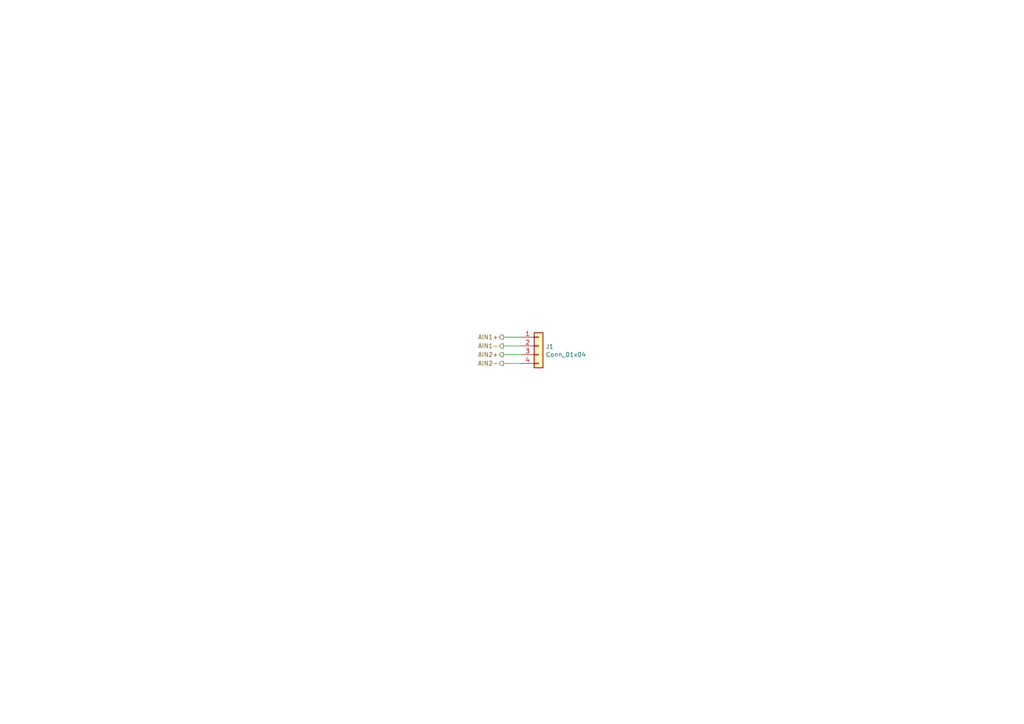
<source format=kicad_sch>
(kicad_sch (version 20200714) (host eeschema "(5.99.0-2364-g42a2f1346)")
  (page 3 4)
  (paper "A4")
  (title_block (title "AD7705 Module") (date "2019-11-17") (company "Wild Workshop"))
  (lib_symbols
    (symbol "Connector_Generic:Conn_01x04" (pin_names hide)
      (property "Reference" "J" (at 0 5.08 0))
      (property "Value" "Conn_01x04" (at 0 -7.62 0))
      (symbol "Conn_01x04_1_1"
        (rectangle (start -1.27 -4.953) (end 0 -5.207) (stroke (width 0.1524)))
        (rectangle (start -1.27 -2.413) (end 0 -2.667) (stroke (width 0.1524)))
        (rectangle (start -1.27 2.667) (end 0 2.413) (stroke (width 0.1524)))
        (rectangle (start -1.27 3.81) (end 1.27 -6.35) (stroke (width 0.254)) (fill (type background)))
        (rectangle (start -1.27 0.127) (end 0 -0.127) (stroke (width 0.1524)))
        (pin passive line (at -5.08 2.54 0) (length 3.81) (name "Pin_1") (number "1"))
        (pin passive line (at -5.08 0 0) (length 3.81) (name "Pin_2") (number "2"))
        (pin passive line (at -5.08 -2.54 0) (length 3.81) (name "Pin_3") (number "3"))
        (pin passive line (at -5.08 -5.08 0) (length 3.81) (name "Pin_4") (number "4"))
      )
    )
  )
  (wire (pts (xy 146.05 100.33) (xy 151.13 100.33)))
  (wire (pts (xy 146.05 105.41) (xy 151.13 105.41)))
  (wire (pts (xy 151.13 97.79) (xy 146.05 97.79)))
  (wire (pts (xy 151.13 102.87) (xy 146.05 102.87)))
  (hierarchical_label "AIN1+" (shape output) (at 146.05 97.79 180))
  (hierarchical_label "AIN1-" (shape output) (at 146.05 100.33 180))
  (hierarchical_label "AIN2+" (shape output) (at 146.05 102.87 180))
  (hierarchical_label "AIN2-" (shape output) (at 146.05 105.41 180))
  (symbol (lib_id "Connector_Generic:Conn_01x04") (at 156.21 100.33 0) (unit 1)
    (property "Reference" "J1" (at 158.242 100.5332 0) (effects (justify left)))
    (property "Value" "Conn_01x04" (at 158.242 102.8446 0) (effects (justify left)))
    (property "Footprint" "Connector_PinHeader_2.54mm:PinHeader_1x04_P2.54mm_Vertical" (effects hide))
  )
)
</source>
